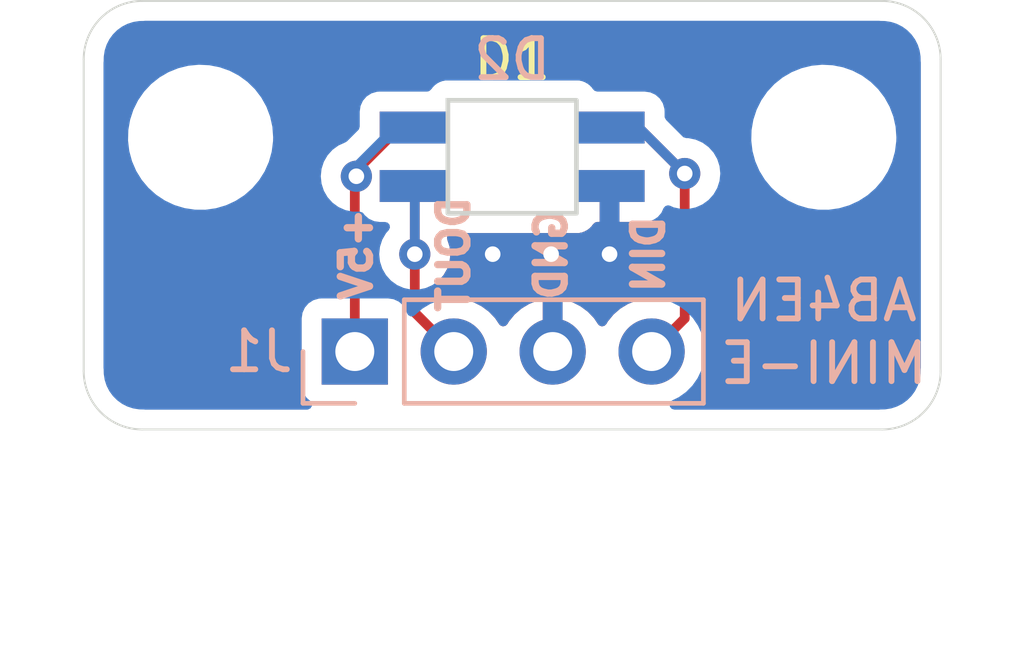
<source format=kicad_pcb>
(kicad_pcb (version 20210228) (generator pcbnew)
  (layers (0 "F.Cu" signal) (31 "B.Cu" signal) (34 "B.Paste" user) (35 "F.Paste" user) (36 "B.SilkS" user "B.Silkscreen") (37 "F.SilkS" user "F.Silkscreen") (38 "B.Mask" user) (39 "F.Mask" user) (44 "Edge.Cuts" user))
  (net 0 "")
  (net 1 "DOUT")
  (net 2 "GND")
  (net 3 "+5V")
  (net 4 "DIN")
  (footprint "BVH_LED:SK6812Mini-E_Back_Shining_Through" (layer "F.Cu") (at 134 118.5)
    (fp_text reference "D2" (at 0 -2.5) (layer "B.SilkS") (effects (justify mirror)))
    (fp_text value "SK6812")
    (pad "1" smd rect (at -2.5 -0.75) (size 1.8 0.82) (layers "B.Cu" "B.Paste" "B.Mask") (net 3 "+5V"))
    (pad "2" smd rect (at -2.5 0.75) (size 1.8 0.82) (layers "B.Cu" "B.Paste" "B.Mask") (net 1 "DOUT"))
    (pad "3" smd rect (at 2.5 0.75) (size 1.8 0.82) (layers "B.Cu" "B.Paste" "B.Mask") (net 2 "GND"))
    (pad "4" smd rect (at 2.5 -0.75) (size 1.8 0.82) (layers "B.Cu" "B.Paste" "B.Mask") (net 4 "DIN"))
  )
  (footprint "BVH_LED:SK6812Mini-E_Front" (layer "F.Cu") (at 134 118.5)
    (fp_text reference "D1" (at 0 -2.5) (layer "F.SilkS"))
    (fp_text value "SK6812")
    (fp_rect (start -1.65 -1.45) (end 1.65 1.45) (layer "Edge.Cuts") (width 0.12) (fill none))
    (pad "1" smd rect (at -2.5 -0.75) (size 1.8 0.82) (layers "F.Cu" "F.Paste" "F.Mask") (net 3 "+5V"))
    (pad "2" smd rect (at -2.5 0.75) (size 1.8 0.82) (layers "F.Cu" "F.Paste" "F.Mask") (net 1 "DOUT"))
    (pad "3" smd rect (at 2.5 0.75) (size 1.8 0.82) (layers "F.Cu" "F.Paste" "F.Mask") (net 2 "GND"))
    (pad "4" smd rect (at 2.5 -0.75) (size 1.8 0.82) (layers "F.Cu" "F.Paste" "F.Mask") (net 4 "DIN"))
  )
  (footprint "MountingHole:MountingHole_2.7mm_M2.5" (layer "F.Cu") (at 126 118)
    (fp_text reference "H1" hide)
    (fp_text value "MountingHole")
    (pad "1" np_thru_hole circle (at 0 0) (size 2.7 2.7) (drill 2.7) (layers *.Cu *.Mask))
  )
  (footprint "MountingHole:MountingHole_2.7mm_M2.5" (layer "F.Cu") (at 142 118)
    (fp_text reference "H2" hide)
    (fp_text value "MountingHole")
    (pad "1" np_thru_hole circle (at 0 0) (size 2.7 2.7) (drill 2.7) (layers *.Cu *.Mask))
  )
  (footprint "Connector_PinSocket_2.54mm:PinSocket_1x04_P2.54mm_Vertical" (layer "B.Cu") (at 129.96 123.5 -90)
    (fp_text reference "J1" (at 0 2.46 180) (layer "B.SilkS") (effects (justify mirror)))
    (fp_text value "Conn_01x04_Female")
    (fp_line (start -1.33 -1.27) (end 1.33 -1.27) (layer "B.SilkS") (width 0.12))
    (fp_line (start 1.33 -1.27) (end 1.33 -8.95) (layer "B.SilkS") (width 0.12))
    (fp_line (start 0 1.33) (end 1.33 1.33) (layer "B.SilkS") (width 0.12))
    (fp_line (start 1.33 1.33) (end 1.33 0) (layer "B.SilkS") (width 0.12))
    (fp_line (start -1.33 -8.95) (end 1.33 -8.95) (layer "B.SilkS") (width 0.12))
    (fp_line (start -1.33 -1.27) (end -1.33 -8.95) (layer "B.SilkS") (width 0.12))
    (pad "1" thru_hole rect (at 0 0 270) (size 1.7 1.7) (drill 1) (layers *.Cu *.Mask) (net 3 "+5V"))
    (pad "2" thru_hole oval (at 0 -2.54 270) (size 1.7 1.7) (drill 1) (layers *.Cu *.Mask) (net 1 "DOUT"))
    (pad "3" thru_hole oval (at 0 -5.08 270) (size 1.7 1.7) (drill 1) (layers *.Cu *.Mask) (net 2 "GND"))
    (pad "4" thru_hole oval (at 0 -7.62 270) (size 1.7 1.7) (drill 1) (layers *.Cu *.Mask) (net 4 "DIN"))
  )
  (gr_arc (start 124.5 116) (end 124.5 114.5) (angle -90) (layer "Edge.Cuts") (width 0.05))
  (gr_line (start 124.5 114.5) (end 143.5 114.5) (layer "Edge.Cuts") (width 0.05))
  (gr_line (start 143.5 125.5) (end 124.5 125.5) (layer "Edge.Cuts") (width 0.05))
  (gr_arc (start 124.5 124) (end 123 124) (angle -90) (layer "Edge.Cuts") (width 0.05))
  (gr_line (start 145 116) (end 145 124) (layer "Edge.Cuts") (width 0.05))
  (gr_arc (start 143.5 124) (end 143.5 125.5) (angle -90) (layer "Edge.Cuts") (width 0.05))
  (gr_arc (start 143.5 116) (end 145 116) (angle -90) (layer "Edge.Cuts") (width 0.05))
  (gr_line (start 123 124) (end 123 116) (layer "Edge.Cuts") (width 0.05))
  (gr_text "DIN" (at 137.5 121 90) (layer "B.SilkS") (effects (font (size 0.75 0.75) (thickness 0.1875)) (justify mirror)))
  (gr_text "+5V" (at 130 121 90) (layer "B.SilkS") (effects (font (size 0.75 0.75) (thickness 0.1875)) (justify mirror)))
  (gr_text "DOUT" (at 132.5 121 90) (layer "B.SilkS") (effects (font (size 0.75 0.75) (thickness 0.1875)) (justify mirror)))
  (gr_text "GND" (at 135 121 90) (layer "B.SilkS") (effects (font (size 0.75 0.75) (thickness 0.1875)) (justify mirror)))
  (gr_text "AB4EN\nMINI-E" (at 142 123) (layer "B.SilkS") (effects (font (size 1 1)) (justify mirror)))
  (segment (start 131.5 121) (end 131.5 119.25) (width 0.25) (layer "F.Cu") (net 1))
  (segment (start 131.5 122.5) (end 131.5 121) (width 0.25) (layer "F.Cu") (net 1))
  (segment (start 132.5 123.5) (end 131.5 122.5) (width 0.25) (layer "F.Cu") (net 1))
  (via (at 131.5 121) (size 0.8) (drill 0.4) (layers "F.Cu" "B.Cu") (net 1))
  (segment (start 131.5 119.25) (end 131.5 121) (width 0.25) (layer "B.Cu") (net 1))
  (via (at 135 121) (size 0.8) (drill 0.4) (layers "F.Cu" "B.Cu") (net 2))
  (via (at 136.5 121) (size 0.8) (drill 0.4) (layers "F.Cu" "B.Cu") (net 2))
  (via (at 133.5 121) (size 0.8) (drill 0.4) (layers "F.Cu" "B.Cu") (net 2))
  (segment (start 129.96 118.89498) (end 131.10498 117.75) (width 0.25) (layer "F.Cu") (net 3))
  (segment (start 129.96 123.5) (end 129.96 118.89498) (width 0.25) (layer "F.Cu") (net 3))
  (segment (start 131.10498 117.75) (end 131.5 117.75) (width 0.25) (layer "F.Cu") (net 3))
  (via (at 130 119) (size 0.8) (drill 0.4) (layers "F.Cu" "B.Cu") (net 3))
  (segment (start 130 118.76) (end 130 119) (width 0.25) (layer "B.Cu") (net 3))
  (segment (start 131.01 117.75) (end 130 118.76) (width 0.25) (layer "B.Cu") (net 3))
  (segment (start 131.5 117.75) (end 131.01 117.75) (width 0.25) (layer "B.Cu") (net 3))
  (segment (start 137.58 123.5) (end 138.43 122.65) (width 0.25) (layer "F.Cu") (net 4))
  (segment (start 137.25 117.75) (end 136.5 117.75) (width 0.25) (layer "F.Cu") (net 4))
  (segment (start 138.43 118.93) (end 137.25 117.75) (width 0.25) (layer "F.Cu") (net 4))
  (segment (start 138.43 122.65) (end 138.43 118.93) (width 0.25) (layer "F.Cu") (net 4))
  (via (at 138.43 118.93) (size 0.8) (drill 0.4) (layers "F.Cu" "B.Cu") (net 4))
  (segment (start 137.25 117.75) (end 138.43 118.93) (width 0.25) (layer "B.Cu") (net 4))
  (segment (start 136.5 117.75) (end 137.25 117.75) (width 0.25) (layer "B.Cu") (net 4))
  (zone (net 2) (net_name "GND") (layer "F.Cu") (connect_pads (clearance 0.508)) (min_thickness 0.254) (fill yes (thermal_gap 0.508) (thermal_bridge_width 0.508))
    (polygon (pts (xy 145 125.5) (xy 123 125.5) (xy 123 114.5) (xy 145 114.5)))
  )
  (zone (net 2) (net_name "GND") (layer "B.Cu") (connect_pads (clearance 0.508)) (min_thickness 0.254) (fill yes (thermal_gap 0.508) (thermal_bridge_width 0.508))
    (polygon (pts (xy 145 125.5) (xy 123 125.5) (xy 123 114.5) (xy 145 114.5)))
  )
)
</source>
